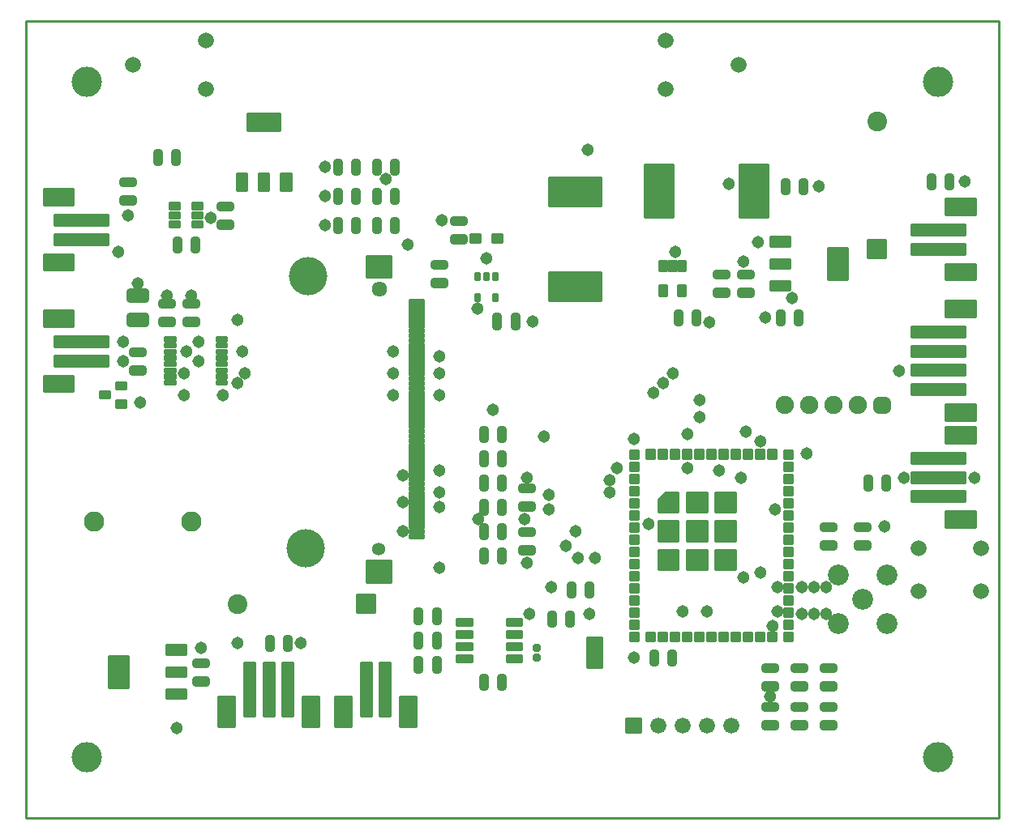
<source format=gbr>
G04 Generated by Ultiboard 14.1 *
%FSLAX25Y25*%
%MOIN*%

%ADD10C,0.00001*%
%ADD11C,0.01205*%
%ADD12C,0.01204*%
%ADD13C,0.01000*%
%ADD14C,0.05137*%
%ADD15R,0.03543X0.02205*%
%ADD16C,0.01200*%
%ADD17C,0.06537*%
%ADD18R,0.01084X0.04168*%
%ADD19C,0.02866*%
%ADD20R,0.04168X0.01084*%
%ADD21R,0.11811X0.06299*%
%ADD22R,0.21654X0.03937*%
%ADD23R,0.07677X0.12598*%
%ADD24R,0.07677X0.03543*%
%ADD25C,0.06600*%
%ADD26R,0.05400X0.05400*%
%ADD27R,0.03937X0.01063*%
%ADD28R,0.06168X0.03084*%
%ADD29R,0.01378X0.02362*%
%ADD30R,0.03543X0.03150*%
%ADD31R,0.21260X0.11417*%
%ADD32R,0.02756X0.03937*%
%ADD33R,0.05906X0.02362*%
%ADD34C,0.08366*%
%ADD35R,0.03543X0.02362*%
%ADD36C,0.12500*%
%ADD37R,0.11417X0.21260*%
%ADD38R,0.03937X0.06693*%
%ADD39R,0.12992X0.06693*%
%ADD40C,0.15748*%
%ADD41R,0.06299X0.11811*%
%ADD42R,0.03937X0.21654*%
%ADD43C,0.07534*%
%ADD44R,0.02083X0.02083*%
%ADD45C,0.05117*%
%ADD46R,0.06900X0.06900*%
%ADD47C,0.08100*%
%ADD48C,0.08549*%
%ADD49R,0.03189X0.03189*%
%ADD50R,0.05906X0.11811*%
%ADD51C,0.03781*%
%ADD52C,0.06340*%
%ADD53C,0.05356*%
%ADD54R,0.09724X0.08465*%
%ADD55R,0.05118X0.01181*%


G04 ColorRGB FF00CC for the following layer *
%LNSolder Mask Top*%
%LPD*%
G54D10*
G54D11*
G36*
X283969Y110031D02*
X283969Y110031D01*
X291843Y110031D01*
X291843Y102157D01*
X283969Y102157D01*
X283969Y110031D01*
D02*
G37*
X291843Y110031D01*
X291843Y102157D01*
X283969Y102157D01*
X283969Y110031D01*
G36*
X272157Y110031D02*
X272157Y110031D01*
X280031Y110031D01*
X280031Y102157D01*
X272157Y102157D01*
X272157Y110031D01*
D02*
G37*
X280031Y110031D01*
X280031Y102157D01*
X272157Y102157D01*
X272157Y110031D01*
G36*
X260346Y110031D02*
X260346Y110031D01*
X268220Y110031D01*
X268220Y102157D01*
X260346Y102157D01*
X260346Y110031D01*
D02*
G37*
X268220Y110031D01*
X268220Y102157D01*
X260346Y102157D01*
X260346Y110031D01*
G36*
X283969Y121843D02*
X283969Y121843D01*
X291843Y121843D01*
X291843Y113969D01*
X283969Y113969D01*
X283969Y121843D01*
D02*
G37*
X291843Y121843D01*
X291843Y113969D01*
X283969Y113969D01*
X283969Y121843D01*
G36*
X272157Y121843D02*
X272157Y121843D01*
X280031Y121843D01*
X280031Y113969D01*
X272157Y113969D01*
X272157Y121843D01*
D02*
G37*
X280031Y121843D01*
X280031Y113969D01*
X272157Y113969D01*
X272157Y121843D01*
G36*
X260346Y121843D02*
X260346Y121843D01*
X268220Y121843D01*
X268220Y113969D01*
X260346Y113969D01*
X260346Y121843D01*
D02*
G37*
X268220Y121843D01*
X268220Y113969D01*
X260346Y113969D01*
X260346Y121843D01*
G36*
X283969Y133654D02*
X283969Y133654D01*
X291843Y133654D01*
X291843Y125780D01*
X283969Y125780D01*
X283969Y133654D01*
D02*
G37*
X291843Y133654D01*
X291843Y125780D01*
X283969Y125780D01*
X283969Y133654D01*
G36*
X272157Y133654D02*
X272157Y133654D01*
X280031Y133654D01*
X280031Y125780D01*
X272157Y125780D01*
X272157Y133654D01*
D02*
G37*
X280031Y133654D01*
X280031Y125780D01*
X272157Y125780D01*
X272157Y133654D01*
G54D12*
G36*
X268220Y125780D02*
X268220Y125780D01*
X260346Y125780D01*
X260346Y130870D01*
X263130Y133654D01*
X268220Y133654D01*
X268220Y125780D01*
D02*
G37*
X260346Y125780D01*
X260346Y130870D01*
X263130Y133654D01*
X268220Y133654D01*
X268220Y125780D01*
G54D13*
X0Y0D02*
X400000Y0D01*
X400000Y328000D01*
X0Y328000D01*
X0Y0D01*
G54D14*
X42000Y248000D03*
X206000Y105000D03*
X309000Y85000D03*
X309000Y95000D03*
X353000Y120000D03*
X361000Y140000D03*
X390000Y140000D03*
X359000Y184000D03*
X206000Y140000D03*
X307000Y79000D03*
X87000Y179000D03*
X46000Y220000D03*
X58000Y215000D03*
X68000Y215000D03*
X208470Y204370D03*
X189470Y230370D03*
X250000Y156000D03*
X321000Y150000D03*
X171000Y246000D03*
X231749Y83827D03*
X186000Y123000D03*
X123000Y244000D03*
X123000Y256000D03*
X123000Y268000D03*
X213000Y157000D03*
X155000Y130000D03*
X155000Y118000D03*
X207000Y84000D03*
X81000Y174000D03*
X205000Y123000D03*
X170000Y128000D03*
X222000Y112000D03*
X324000Y84000D03*
X319000Y84000D03*
X329000Y84000D03*
X319000Y95000D03*
X324000Y95000D03*
X329000Y95000D03*
X266000Y183000D03*
X277000Y172000D03*
X234000Y107000D03*
X240000Y134000D03*
X170000Y143000D03*
X62000Y37000D03*
X280000Y85000D03*
X256000Y121000D03*
X240000Y139000D03*
X192000Y168000D03*
X185920Y209450D03*
X306000Y50000D03*
X302000Y101000D03*
X155000Y141000D03*
X215000Y133000D03*
X227000Y107000D03*
X243000Y144000D03*
X302000Y155000D03*
X66000Y192000D03*
X89000Y192000D03*
X151000Y192000D03*
X170000Y190000D03*
X262000Y179000D03*
X277000Y165000D03*
X215000Y127000D03*
X285000Y143000D03*
X226000Y118000D03*
X272000Y144000D03*
X65000Y183000D03*
X90000Y183000D03*
X151000Y183000D03*
X170000Y183000D03*
X258000Y175000D03*
X272000Y158000D03*
X71000Y196000D03*
X40000Y196000D03*
X71000Y188000D03*
X40000Y188000D03*
X157000Y236000D03*
X148000Y263000D03*
X301000Y237000D03*
X304000Y206000D03*
X294000Y140000D03*
X295000Y99000D03*
X270000Y85000D03*
X65000Y174000D03*
X151000Y174000D03*
X170000Y174000D03*
X170000Y134000D03*
X296000Y159000D03*
X216000Y95000D03*
X170000Y103000D03*
X231000Y275000D03*
X289000Y261000D03*
X87000Y205000D03*
X87000Y72000D03*
X315000Y214000D03*
X72000Y70000D03*
X113000Y72000D03*
X250000Y66000D03*
X38000Y233000D03*
X47000Y171000D03*
X76000Y247000D03*
X267000Y233000D03*
X281000Y204000D03*
X295000Y229000D03*
X326000Y260000D03*
X308000Y127000D03*
X386000Y262000D03*
G54D15*
X61276Y244260D03*
X70724Y244260D03*
X61276Y251740D03*
X61276Y248000D03*
X70724Y248000D03*
X70724Y251740D03*
G54D16*
X59505Y243158D02*
X63047Y243158D01*
X63047Y245362D01*
X59505Y245362D01*
X59505Y243158D01*D02*
X68953Y243158D02*
X72495Y243158D01*
X72495Y245362D01*
X68953Y245362D01*
X68953Y243158D01*D02*
X59505Y250638D02*
X63047Y250638D01*
X63047Y252842D01*
X59505Y252842D01*
X59505Y250638D01*D02*
X59505Y246898D02*
X63047Y246898D01*
X63047Y249102D01*
X59505Y249102D01*
X59505Y246898D01*D02*
X68953Y246898D02*
X72495Y246898D01*
X72495Y249102D01*
X68953Y249102D01*
X68953Y246898D01*D02*
X68953Y250638D02*
X72495Y250638D01*
X72495Y252842D01*
X68953Y252842D01*
X68953Y250638D01*D02*
X378520Y119591D02*
X390330Y119591D01*
X390330Y125889D01*
X378520Y125889D01*
X378520Y119591D01*D02*
X364346Y130221D02*
X386000Y130221D01*
X386000Y134157D01*
X364346Y134157D01*
X364346Y130221D01*D02*
X364346Y138095D02*
X386000Y138095D01*
X386000Y142031D01*
X364346Y142031D01*
X364346Y138095D01*D02*
X364346Y145969D02*
X386000Y145969D01*
X386000Y149905D01*
X364346Y149905D01*
X364346Y145969D01*D02*
X378520Y154237D02*
X390330Y154237D01*
X390330Y160535D01*
X378520Y160535D01*
X378520Y154237D01*D02*
X329973Y221701D02*
X337649Y221701D01*
X337649Y234299D01*
X329973Y234299D01*
X329973Y221701D01*D02*
X306351Y217174D02*
X314027Y217174D01*
X314027Y220716D01*
X306351Y220716D01*
X306351Y217174D01*D02*
X306351Y226229D02*
X314027Y226229D01*
X314027Y229771D01*
X306351Y229771D01*
X306351Y226229D01*D02*
X306351Y235284D02*
X314027Y235284D01*
X314027Y238826D01*
X306351Y238826D01*
X306351Y235284D01*D02*
X247300Y35300D02*
X252700Y35300D01*
X252700Y40700D01*
X247300Y40700D01*
X247300Y35300D01*D02*
X57402Y178512D02*
X61338Y178512D01*
X61338Y179574D01*
X57402Y179574D01*
X57402Y178512D01*D02*
X78662Y178512D02*
X82598Y178512D01*
X82598Y179574D01*
X78662Y179574D01*
X78662Y178512D01*D02*
X57402Y186189D02*
X61338Y186189D01*
X61338Y187251D01*
X57402Y187251D01*
X57402Y186189D01*D02*
X57402Y183630D02*
X61338Y183630D01*
X61338Y184692D01*
X57402Y184692D01*
X57402Y183630D01*D02*
X57402Y181071D02*
X61338Y181071D01*
X61338Y182133D01*
X57402Y182133D01*
X57402Y181071D01*D02*
X78662Y186189D02*
X82598Y186189D01*
X82598Y187251D01*
X78662Y187251D01*
X78662Y186189D01*D02*
X78662Y181071D02*
X82598Y181071D01*
X82598Y182133D01*
X78662Y182133D01*
X78662Y181071D01*D02*
X78662Y183630D02*
X82598Y183630D01*
X82598Y184692D01*
X78662Y184692D01*
X78662Y183630D01*D02*
X57402Y193867D02*
X61338Y193867D01*
X61338Y194929D01*
X57402Y194929D01*
X57402Y193867D01*D02*
X57402Y191308D02*
X61338Y191308D01*
X61338Y192370D01*
X57402Y192370D01*
X57402Y191308D01*D02*
X57402Y188749D02*
X61338Y188749D01*
X61338Y189811D01*
X57402Y189811D01*
X57402Y188749D01*D02*
X78662Y193867D02*
X82598Y193867D01*
X82598Y194929D01*
X78662Y194929D01*
X78662Y193867D01*D02*
X78662Y188749D02*
X82598Y188749D01*
X82598Y189811D01*
X78662Y189811D01*
X78662Y188749D01*D02*
X78662Y191308D02*
X82598Y191308D01*
X82598Y192370D01*
X78662Y192370D01*
X78662Y191308D01*D02*
X57402Y196426D02*
X61338Y196426D01*
X61338Y197488D01*
X57402Y197488D01*
X57402Y196426D01*D02*
X78662Y196426D02*
X82598Y196426D01*
X82598Y197488D01*
X78662Y197488D01*
X78662Y196426D01*D02*
X185041Y212858D02*
X186419Y212858D01*
X186419Y215220D01*
X185041Y215220D01*
X185041Y212858D01*D02*
X192521Y212858D02*
X193899Y212858D01*
X193899Y215220D01*
X192521Y215220D01*
X192521Y212858D01*D02*
X188781Y221520D02*
X190159Y221520D01*
X190159Y223882D01*
X188781Y223882D01*
X188781Y221520D01*D02*
X185041Y221520D02*
X186419Y221520D01*
X186419Y223882D01*
X185041Y223882D01*
X185041Y221520D01*D02*
X192521Y221520D02*
X193899Y221520D01*
X193899Y223882D01*
X192521Y223882D01*
X192521Y221520D01*D02*
X183171Y236795D02*
X186713Y236795D01*
X186713Y239945D01*
X183171Y239945D01*
X183171Y236795D01*D02*
X192226Y236795D02*
X195768Y236795D01*
X195768Y239945D01*
X192226Y239945D01*
X192226Y236795D01*D02*
X215370Y251780D02*
X236630Y251780D01*
X236630Y263196D01*
X215370Y263196D01*
X215370Y251780D01*D02*
X215370Y212804D02*
X236630Y212804D01*
X236630Y224220D01*
X215370Y224220D01*
X215370Y212804D01*D02*
X260882Y214914D02*
X263638Y214914D01*
X263638Y218850D01*
X260882Y218850D01*
X260882Y214914D01*D02*
X268362Y214914D02*
X271118Y214914D01*
X271118Y218850D01*
X268362Y218850D01*
X268362Y214914D01*D02*
X260882Y225150D02*
X263638Y225150D01*
X263638Y229086D01*
X260882Y229086D01*
X260882Y225150D01*D02*
X268362Y225150D02*
X271118Y225150D01*
X271118Y229086D01*
X268362Y229086D01*
X268362Y225150D01*D02*
X264622Y225150D02*
X267378Y225150D01*
X267378Y229086D01*
X264622Y229086D01*
X264622Y225150D01*D02*
X177560Y64146D02*
X183466Y64146D01*
X183466Y66508D01*
X177560Y66508D01*
X177560Y64146D01*D02*
X198032Y64146D02*
X203938Y64146D01*
X203938Y66508D01*
X198032Y66508D01*
X198032Y64146D01*D02*
X177560Y69146D02*
X183466Y69146D01*
X183466Y71508D01*
X177560Y71508D01*
X177560Y69146D01*D02*
X177560Y74146D02*
X183466Y74146D01*
X183466Y76508D01*
X177560Y76508D01*
X177560Y74146D01*D02*
X198032Y69146D02*
X203938Y69146D01*
X203938Y71508D01*
X198032Y71508D01*
X198032Y69146D01*D02*
X198032Y74146D02*
X203938Y74146D01*
X203938Y76508D01*
X198032Y76508D01*
X198032Y74146D01*D02*
X177560Y79146D02*
X183466Y79146D01*
X183466Y81508D01*
X177560Y81508D01*
X177560Y79146D01*D02*
X198032Y79146D02*
X203938Y79146D01*
X203938Y81508D01*
X198032Y81508D01*
X198032Y79146D01*D02*
X37575Y169079D02*
X41117Y169079D01*
X41117Y171441D01*
X37575Y171441D01*
X37575Y169079D01*D02*
X37575Y176559D02*
X41117Y176559D01*
X41117Y178921D01*
X37575Y178921D01*
X37575Y176559D01*D02*
X30883Y172819D02*
X34425Y172819D01*
X34425Y175181D01*
X30883Y175181D01*
X30883Y172819D01*D02*
X57973Y58229D02*
X65649Y58229D01*
X65649Y61771D01*
X57973Y61771D01*
X57973Y58229D01*D02*
X57973Y67284D02*
X65649Y67284D01*
X65649Y70826D01*
X57973Y70826D01*
X57973Y67284D01*D02*
X57973Y49174D02*
X65649Y49174D01*
X65649Y52716D01*
X57973Y52716D01*
X57973Y49174D01*D02*
X34351Y53701D02*
X42027Y53701D01*
X42027Y66299D01*
X34351Y66299D01*
X34351Y53701D01*D02*
X254804Y247370D02*
X266220Y247370D01*
X266220Y268630D01*
X254804Y268630D01*
X254804Y247370D01*D02*
X293780Y247370D02*
X305196Y247370D01*
X305196Y268630D01*
X293780Y268630D01*
X293780Y247370D01*D02*
X86977Y258252D02*
X90913Y258252D01*
X90913Y264944D01*
X86977Y264944D01*
X86977Y258252D01*D02*
X96032Y258252D02*
X99968Y258252D01*
X99968Y264944D01*
X96032Y264944D01*
X96032Y258252D01*D02*
X105087Y258252D02*
X109023Y258252D01*
X109023Y264944D01*
X105087Y264944D01*
X105087Y258252D01*D02*
X91504Y283056D02*
X104496Y283056D01*
X104496Y289748D01*
X91504Y289748D01*
X91504Y283056D01*D02*
X114237Y37670D02*
X120535Y37670D01*
X120535Y49480D01*
X114237Y49480D01*
X114237Y37670D01*D02*
X79591Y37670D02*
X85889Y37670D01*
X85889Y49480D01*
X79591Y49480D01*
X79591Y37670D01*D02*
X105969Y42000D02*
X109905Y42000D01*
X109905Y63654D01*
X105969Y63654D01*
X105969Y42000D01*D02*
X98095Y42000D02*
X102031Y42000D01*
X102031Y63654D01*
X98095Y63654D01*
X98095Y42000D01*D02*
X90221Y42000D02*
X94157Y42000D01*
X94157Y63654D01*
X90221Y63654D01*
X90221Y42000D01*D02*
X154237Y37670D02*
X160535Y37670D01*
X160535Y49480D01*
X154237Y49480D01*
X154237Y37670D01*D02*
X127465Y37670D02*
X133763Y37670D01*
X133763Y49480D01*
X127465Y49480D01*
X127465Y37670D01*D02*
X145969Y42000D02*
X149905Y42000D01*
X149905Y63654D01*
X145969Y63654D01*
X145969Y42000D01*D02*
X138095Y42000D02*
X142031Y42000D01*
X142031Y63654D01*
X138095Y63654D01*
X138095Y42000D01*D02*
X378520Y163717D02*
X390330Y163717D01*
X390330Y170015D01*
X378520Y170015D01*
X378520Y163717D01*D02*
X364346Y174347D02*
X386000Y174347D01*
X386000Y178283D01*
X364346Y178283D01*
X364346Y174347D01*D02*
X364346Y182221D02*
X386000Y182221D01*
X386000Y186157D01*
X364346Y186157D01*
X364346Y182221D01*D02*
X364346Y190095D02*
X386000Y190095D01*
X386000Y194031D01*
X364346Y194031D01*
X364346Y190095D01*D02*
X364346Y197969D02*
X386000Y197969D01*
X386000Y201905D01*
X364346Y201905D01*
X364346Y197969D01*D02*
X378520Y206237D02*
X390330Y206237D01*
X390330Y212535D01*
X378520Y212535D01*
X378520Y206237D01*D02*
X7670Y175465D02*
X19480Y175465D01*
X19480Y181763D01*
X7670Y181763D01*
X7670Y175465D01*D02*
X12000Y186095D02*
X33654Y186095D01*
X33654Y190031D01*
X12000Y190031D01*
X12000Y186095D01*D02*
X12000Y193969D02*
X33654Y193969D01*
X33654Y197905D01*
X12000Y197905D01*
X12000Y193969D01*D02*
X7670Y202237D02*
X19480Y202237D01*
X19480Y208535D01*
X7670Y208535D01*
X7670Y202237D01*D02*
X378520Y248237D02*
X390330Y248237D01*
X390330Y254535D01*
X378520Y254535D01*
X378520Y248237D01*D02*
X378520Y221465D02*
X390330Y221465D01*
X390330Y227763D01*
X378520Y227763D01*
X378520Y221465D01*D02*
X364346Y239969D02*
X386000Y239969D01*
X386000Y243905D01*
X364346Y243905D01*
X364346Y239969D01*D02*
X364346Y232095D02*
X386000Y232095D01*
X386000Y236031D01*
X364346Y236031D01*
X364346Y232095D01*D02*
X7670Y225465D02*
X19480Y225465D01*
X19480Y231763D01*
X7670Y231763D01*
X7670Y225465D01*D02*
X7670Y252237D02*
X19480Y252237D01*
X19480Y258535D01*
X7670Y258535D01*
X7670Y252237D01*D02*
X12000Y236095D02*
X33654Y236095D01*
X33654Y240031D01*
X12000Y240031D01*
X12000Y236095D01*D02*
X12000Y243969D02*
X33654Y243969D01*
X33654Y247905D01*
X12000Y247905D01*
X12000Y243969D01*D02*
X346550Y230550D02*
X353450Y230550D01*
X353450Y237450D01*
X346550Y237450D01*
X346550Y230550D01*D02*
X136550Y84550D02*
X143450Y84550D01*
X143450Y91450D01*
X136550Y91450D01*
X136550Y84550D01*D02*
X248713Y77906D02*
X251901Y77906D01*
X251901Y81094D01*
X248713Y81094D01*
X248713Y77906D01*D02*
X248713Y72906D02*
X251901Y72906D01*
X251901Y76094D01*
X248713Y76094D01*
X248713Y72906D01*D02*
X260406Y72808D02*
X263594Y72808D01*
X263594Y75996D01*
X260406Y75996D01*
X260406Y72808D01*D02*
X255406Y72808D02*
X258594Y72808D01*
X258594Y75996D01*
X255406Y75996D01*
X255406Y72808D01*D02*
X265406Y72808D02*
X268594Y72808D01*
X268594Y75996D01*
X265406Y75996D01*
X265406Y72808D01*D02*
X275406Y72808D02*
X278594Y72808D01*
X278594Y75996D01*
X275406Y75996D01*
X275406Y72808D01*D02*
X270406Y72808D02*
X273594Y72808D01*
X273594Y75996D01*
X270406Y75996D01*
X270406Y72808D01*D02*
X280406Y72808D02*
X283594Y72808D01*
X283594Y75996D01*
X280406Y75996D01*
X280406Y72808D01*D02*
X290406Y72808D02*
X293594Y72808D01*
X293594Y75996D01*
X290406Y75996D01*
X290406Y72808D01*D02*
X285406Y72808D02*
X288594Y72808D01*
X288594Y75996D01*
X285406Y75996D01*
X285406Y72808D01*D02*
X295406Y72808D02*
X298594Y72808D01*
X298594Y75996D01*
X295406Y75996D01*
X295406Y72808D01*D02*
X305406Y72808D02*
X308594Y72808D01*
X308594Y75996D01*
X305406Y75996D01*
X305406Y72808D01*D02*
X300406Y72808D02*
X303594Y72808D01*
X303594Y75996D01*
X300406Y75996D01*
X300406Y72808D01*D02*
X312099Y77906D02*
X315287Y77906D01*
X315287Y81094D01*
X312099Y81094D01*
X312099Y77906D01*D02*
X312099Y72906D02*
X315287Y72906D01*
X315287Y76094D01*
X312099Y76094D01*
X312099Y72906D01*D02*
X248713Y82906D02*
X251901Y82906D01*
X251901Y86094D01*
X248713Y86094D01*
X248713Y82906D01*D02*
X312099Y82906D02*
X315287Y82906D01*
X315287Y86094D01*
X312099Y86094D01*
X312099Y82906D01*D02*
X248713Y92906D02*
X251901Y92906D01*
X251901Y96094D01*
X248713Y96094D01*
X248713Y92906D01*D02*
X248713Y87906D02*
X251901Y87906D01*
X251901Y91094D01*
X248713Y91094D01*
X248713Y87906D01*D02*
X312099Y92906D02*
X315287Y92906D01*
X315287Y96094D01*
X312099Y96094D01*
X312099Y92906D01*D02*
X312099Y87906D02*
X315287Y87906D01*
X315287Y91094D01*
X312099Y91094D01*
X312099Y87906D01*D02*
X248713Y102906D02*
X251901Y102906D01*
X251901Y106094D01*
X248713Y106094D01*
X248713Y102906D01*D02*
X248713Y97906D02*
X251901Y97906D01*
X251901Y101094D01*
X248713Y101094D01*
X248713Y97906D01*D02*
X312099Y102906D02*
X315287Y102906D01*
X315287Y106094D01*
X312099Y106094D01*
X312099Y102906D01*D02*
X312099Y97906D02*
X315287Y97906D01*
X315287Y101094D01*
X312099Y101094D01*
X312099Y97906D01*D02*
X248713Y107906D02*
X251901Y107906D01*
X251901Y111094D01*
X248713Y111094D01*
X248713Y107906D01*D02*
X312099Y107906D02*
X315287Y107906D01*
X315287Y111094D01*
X312099Y111094D01*
X312099Y107906D01*D02*
X248713Y117906D02*
X251901Y117906D01*
X251901Y121094D01*
X248713Y121094D01*
X248713Y117906D01*D02*
X248713Y112906D02*
X251901Y112906D01*
X251901Y116094D01*
X248713Y116094D01*
X248713Y112906D01*D02*
X312099Y117906D02*
X315287Y117906D01*
X315287Y121094D01*
X312099Y121094D01*
X312099Y117906D01*D02*
X312099Y112906D02*
X315287Y112906D01*
X315287Y116094D01*
X312099Y116094D01*
X312099Y112906D01*D02*
X248713Y122906D02*
X251901Y122906D01*
X251901Y126094D01*
X248713Y126094D01*
X248713Y122906D01*D02*
X312099Y122906D02*
X315287Y122906D01*
X315287Y126094D01*
X312099Y126094D01*
X312099Y122906D01*D02*
X248713Y132906D02*
X251901Y132906D01*
X251901Y136094D01*
X248713Y136094D01*
X248713Y132906D01*D02*
X248713Y127906D02*
X251901Y127906D01*
X251901Y131094D01*
X248713Y131094D01*
X248713Y127906D01*D02*
X312099Y132906D02*
X315287Y132906D01*
X315287Y136094D01*
X312099Y136094D01*
X312099Y132906D01*D02*
X312099Y127906D02*
X315287Y127906D01*
X315287Y131094D01*
X312099Y131094D01*
X312099Y127906D01*D02*
X248713Y137906D02*
X251901Y137906D01*
X251901Y141094D01*
X248713Y141094D01*
X248713Y137906D01*D02*
X312099Y137906D02*
X315287Y137906D01*
X315287Y141094D01*
X312099Y141094D01*
X312099Y137906D01*D02*
X248713Y147906D02*
X251901Y147906D01*
X251901Y151094D01*
X248713Y151094D01*
X248713Y147906D01*D02*
X248713Y142906D02*
X251901Y142906D01*
X251901Y146094D01*
X248713Y146094D01*
X248713Y142906D01*D02*
X255406Y148004D02*
X258594Y148004D01*
X258594Y151192D01*
X255406Y151192D01*
X255406Y148004D01*D02*
X260406Y148004D02*
X263594Y148004D01*
X263594Y151192D01*
X260406Y151192D01*
X260406Y148004D01*D02*
X265406Y148004D02*
X268594Y148004D01*
X268594Y151192D01*
X265406Y151192D01*
X265406Y148004D01*D02*
X270406Y148004D02*
X273594Y148004D01*
X273594Y151192D01*
X270406Y151192D01*
X270406Y148004D01*D02*
X275406Y148004D02*
X278594Y148004D01*
X278594Y151192D01*
X275406Y151192D01*
X275406Y148004D01*D02*
X280406Y148004D02*
X283594Y148004D01*
X283594Y151192D01*
X280406Y151192D01*
X280406Y148004D01*D02*
X285406Y148004D02*
X288594Y148004D01*
X288594Y151192D01*
X285406Y151192D01*
X285406Y148004D01*D02*
X290406Y148004D02*
X293594Y148004D01*
X293594Y151192D01*
X290406Y151192D01*
X290406Y148004D01*D02*
X295406Y148004D02*
X298594Y148004D01*
X298594Y151192D01*
X295406Y151192D01*
X295406Y148004D01*D02*
X300406Y148004D02*
X303594Y148004D01*
X303594Y151192D01*
X300406Y151192D01*
X300406Y148004D01*D02*
X305406Y148004D02*
X308594Y148004D01*
X308594Y151192D01*
X305406Y151192D01*
X305406Y148004D01*D02*
X312099Y147906D02*
X315287Y147906D01*
X315287Y151094D01*
X312099Y151094D01*
X312099Y147906D01*D02*
X312099Y142906D02*
X315287Y142906D01*
X315287Y146094D01*
X312099Y146094D01*
X312099Y142906D01*D02*
X231047Y62095D02*
X236953Y62095D01*
X236953Y73905D01*
X231047Y73905D01*
X231047Y62095D01*D02*
X140544Y97071D02*
X150268Y97071D01*
X150268Y105535D01*
X140544Y105535D01*
X140544Y97071D01*D02*
X158299Y115182D02*
X163417Y115182D01*
X163417Y116362D01*
X158299Y116362D01*
X158299Y115182D01*D02*
X158299Y123056D02*
X163417Y123056D01*
X163417Y124236D01*
X158299Y124236D01*
X158299Y123056D01*D02*
X158299Y121087D02*
X163417Y121087D01*
X163417Y122267D01*
X158299Y122267D01*
X158299Y121087D01*D02*
X158299Y119119D02*
X163417Y119119D01*
X163417Y120299D01*
X158299Y120299D01*
X158299Y119119D01*D02*
X158299Y117150D02*
X163417Y117150D01*
X163417Y118330D01*
X158299Y118330D01*
X158299Y117150D01*D02*
X158299Y130930D02*
X163417Y130930D01*
X163417Y132110D01*
X158299Y132110D01*
X158299Y130930D01*D02*
X158299Y128961D02*
X163417Y128961D01*
X163417Y130141D01*
X158299Y130141D01*
X158299Y128961D01*D02*
X158299Y126993D02*
X163417Y126993D01*
X163417Y128173D01*
X158299Y128173D01*
X158299Y126993D01*D02*
X158299Y125024D02*
X163417Y125024D01*
X163417Y126204D01*
X158299Y126204D01*
X158299Y125024D01*D02*
X158299Y138804D02*
X163417Y138804D01*
X163417Y139984D01*
X158299Y139984D01*
X158299Y138804D01*D02*
X158299Y136835D02*
X163417Y136835D01*
X163417Y138015D01*
X158299Y138015D01*
X158299Y136835D01*D02*
X158299Y134867D02*
X163417Y134867D01*
X163417Y136047D01*
X158299Y136047D01*
X158299Y134867D01*D02*
X158299Y132898D02*
X163417Y132898D01*
X163417Y134078D01*
X158299Y134078D01*
X158299Y132898D01*D02*
X158299Y146678D02*
X163417Y146678D01*
X163417Y147858D01*
X158299Y147858D01*
X158299Y146678D01*D02*
X158299Y144709D02*
X163417Y144709D01*
X163417Y145889D01*
X158299Y145889D01*
X158299Y144709D01*D02*
X158299Y142741D02*
X163417Y142741D01*
X163417Y143921D01*
X158299Y143921D01*
X158299Y142741D01*D02*
X158299Y140772D02*
X163417Y140772D01*
X163417Y141952D01*
X158299Y141952D01*
X158299Y140772D01*D02*
X158299Y154552D02*
X163417Y154552D01*
X163417Y155732D01*
X158299Y155732D01*
X158299Y154552D01*D02*
X158299Y152583D02*
X163417Y152583D01*
X163417Y153763D01*
X158299Y153763D01*
X158299Y152583D01*D02*
X158299Y150615D02*
X163417Y150615D01*
X163417Y151795D01*
X158299Y151795D01*
X158299Y150615D01*D02*
X158299Y148646D02*
X163417Y148646D01*
X163417Y149826D01*
X158299Y149826D01*
X158299Y148646D01*D02*
X158299Y162426D02*
X163417Y162426D01*
X163417Y163606D01*
X158299Y163606D01*
X158299Y162426D01*D02*
X158299Y160457D02*
X163417Y160457D01*
X163417Y161637D01*
X158299Y161637D01*
X158299Y160457D01*D02*
X158299Y158489D02*
X163417Y158489D01*
X163417Y159669D01*
X158299Y159669D01*
X158299Y158489D01*D02*
X158299Y156520D02*
X163417Y156520D01*
X163417Y157700D01*
X158299Y157700D01*
X158299Y156520D01*D02*
X158299Y170300D02*
X163417Y170300D01*
X163417Y171480D01*
X158299Y171480D01*
X158299Y170300D01*D02*
X158299Y168331D02*
X163417Y168331D01*
X163417Y169511D01*
X158299Y169511D01*
X158299Y168331D01*D02*
X158299Y166363D02*
X163417Y166363D01*
X163417Y167543D01*
X158299Y167543D01*
X158299Y166363D01*D02*
X158299Y164394D02*
X163417Y164394D01*
X163417Y165574D01*
X158299Y165574D01*
X158299Y164394D01*D02*
X158299Y178174D02*
X163417Y178174D01*
X163417Y179354D01*
X158299Y179354D01*
X158299Y178174D01*D02*
X158299Y176205D02*
X163417Y176205D01*
X163417Y177385D01*
X158299Y177385D01*
X158299Y176205D01*D02*
X158299Y174237D02*
X163417Y174237D01*
X163417Y175417D01*
X158299Y175417D01*
X158299Y174237D01*D02*
X158299Y172268D02*
X163417Y172268D01*
X163417Y173448D01*
X158299Y173448D01*
X158299Y172268D01*D02*
X158299Y186048D02*
X163417Y186048D01*
X163417Y187228D01*
X158299Y187228D01*
X158299Y186048D01*D02*
X158299Y184079D02*
X163417Y184079D01*
X163417Y185259D01*
X158299Y185259D01*
X158299Y184079D01*D02*
X158299Y182111D02*
X163417Y182111D01*
X163417Y183291D01*
X158299Y183291D01*
X158299Y182111D01*D02*
X158299Y180142D02*
X163417Y180142D01*
X163417Y181322D01*
X158299Y181322D01*
X158299Y180142D01*D02*
X158299Y193922D02*
X163417Y193922D01*
X163417Y195102D01*
X158299Y195102D01*
X158299Y193922D01*D02*
X158299Y191953D02*
X163417Y191953D01*
X163417Y193133D01*
X158299Y193133D01*
X158299Y191953D01*D02*
X158299Y189985D02*
X163417Y189985D01*
X163417Y191165D01*
X158299Y191165D01*
X158299Y189985D01*D02*
X158299Y188016D02*
X163417Y188016D01*
X163417Y189196D01*
X158299Y189196D01*
X158299Y188016D01*D02*
X158299Y201796D02*
X163417Y201796D01*
X163417Y202976D01*
X158299Y202976D01*
X158299Y201796D01*D02*
X158299Y199827D02*
X163417Y199827D01*
X163417Y201007D01*
X158299Y201007D01*
X158299Y199827D01*D02*
X158299Y197859D02*
X163417Y197859D01*
X163417Y199039D01*
X158299Y199039D01*
X158299Y197859D01*D02*
X158299Y195890D02*
X163417Y195890D01*
X163417Y197070D01*
X158299Y197070D01*
X158299Y195890D01*D02*
X158299Y209670D02*
X163417Y209670D01*
X163417Y210850D01*
X158299Y210850D01*
X158299Y209670D01*D02*
X158299Y207701D02*
X163417Y207701D01*
X163417Y208881D01*
X158299Y208881D01*
X158299Y207701D01*D02*
X158299Y205733D02*
X163417Y205733D01*
X163417Y206913D01*
X158299Y206913D01*
X158299Y205733D01*D02*
X158299Y203764D02*
X163417Y203764D01*
X163417Y204944D01*
X158299Y204944D01*
X158299Y203764D01*D02*
X158299Y211638D02*
X163417Y211638D01*
X163417Y212818D01*
X158299Y212818D01*
X158299Y211638D01*D02*
X140544Y222465D02*
X150268Y222465D01*
X150268Y230929D01*
X140544Y230929D01*
X140544Y222465D01*D02*
G54D17*
X263000Y320000D03*
X263000Y300000D03*
X293000Y310000D03*
X74000Y300000D03*
X74000Y320000D03*
X44000Y310000D03*
X392795Y93142D03*
X392795Y110858D03*
X367205Y93142D03*
X367205Y110858D03*
G54D18*
X61750Y272000D03*
X54250Y272000D03*
X195750Y138000D03*
X188250Y138000D03*
X188250Y148000D03*
X195750Y148000D03*
X195750Y158000D03*
X188250Y158000D03*
X188250Y108000D03*
X195750Y108000D03*
X195750Y118000D03*
X188250Y118000D03*
X195750Y128000D03*
X188250Y128000D03*
X353750Y138000D03*
X346250Y138000D03*
X265750Y66000D03*
X258250Y66000D03*
X62250Y236000D03*
X69750Y236000D03*
X193720Y204370D03*
X201220Y204370D03*
X135750Y244000D03*
X128250Y244000D03*
X128250Y256000D03*
X135750Y256000D03*
X135750Y268000D03*
X128250Y268000D03*
X144250Y244000D03*
X151750Y244000D03*
X151750Y256000D03*
X144250Y256000D03*
X151750Y268000D03*
X144250Y268000D03*
X195750Y56000D03*
X188250Y56000D03*
X168923Y63107D03*
X161423Y63107D03*
X168923Y73107D03*
X161423Y73107D03*
X161423Y83107D03*
X168923Y83107D03*
X231750Y94000D03*
X224250Y94000D03*
X275750Y206000D03*
X268250Y206000D03*
X319750Y260000D03*
X312250Y260000D03*
X317750Y206000D03*
X310250Y206000D03*
X223750Y82000D03*
X216250Y82000D03*
X100250Y72000D03*
X107750Y72000D03*
X372250Y262000D03*
X379750Y262000D03*
G54D19*
X61208Y269916D02*
X62292Y269916D01*
X62292Y274084D01*
X61208Y274084D01*
X61208Y269916D01*D02*
X53708Y269916D02*
X54792Y269916D01*
X54792Y274084D01*
X53708Y274084D01*
X53708Y269916D01*D02*
X203916Y135208D02*
X208084Y135208D01*
X208084Y136292D01*
X203916Y136292D01*
X203916Y135208D01*D02*
X203916Y127708D02*
X208084Y127708D01*
X208084Y128792D01*
X203916Y128792D01*
X203916Y127708D01*D02*
X195208Y135916D02*
X196292Y135916D01*
X196292Y140084D01*
X195208Y140084D01*
X195208Y135916D01*D02*
X187708Y135916D02*
X188792Y135916D01*
X188792Y140084D01*
X187708Y140084D01*
X187708Y135916D01*D02*
X187708Y145916D02*
X188792Y145916D01*
X188792Y150084D01*
X187708Y150084D01*
X187708Y145916D01*D02*
X195208Y145916D02*
X196292Y145916D01*
X196292Y150084D01*
X195208Y150084D01*
X195208Y145916D01*D02*
X195208Y155916D02*
X196292Y155916D01*
X196292Y160084D01*
X195208Y160084D01*
X195208Y155916D01*D02*
X187708Y155916D02*
X188792Y155916D01*
X188792Y160084D01*
X187708Y160084D01*
X187708Y155916D01*D02*
X187708Y105916D02*
X188792Y105916D01*
X188792Y110084D01*
X187708Y110084D01*
X187708Y105916D01*D02*
X195208Y105916D02*
X196292Y105916D01*
X196292Y110084D01*
X195208Y110084D01*
X195208Y105916D01*D02*
X195208Y115916D02*
X196292Y115916D01*
X196292Y120084D01*
X195208Y120084D01*
X195208Y115916D01*D02*
X187708Y115916D02*
X188792Y115916D01*
X188792Y120084D01*
X187708Y120084D01*
X187708Y115916D01*D02*
X195208Y125916D02*
X196292Y125916D01*
X196292Y130084D01*
X195208Y130084D01*
X195208Y125916D01*D02*
X187708Y125916D02*
X188792Y125916D01*
X188792Y130084D01*
X187708Y130084D01*
X187708Y125916D01*D02*
X315916Y45208D02*
X320084Y45208D01*
X320084Y46292D01*
X315916Y46292D01*
X315916Y45208D01*D02*
X315916Y37708D02*
X320084Y37708D01*
X320084Y38792D01*
X315916Y38792D01*
X315916Y37708D01*D02*
X315916Y61208D02*
X320084Y61208D01*
X320084Y62292D01*
X315916Y62292D01*
X315916Y61208D01*D02*
X315916Y53708D02*
X320084Y53708D01*
X320084Y54792D01*
X315916Y54792D01*
X315916Y53708D01*D02*
X327916Y45208D02*
X332084Y45208D01*
X332084Y46292D01*
X327916Y46292D01*
X327916Y45208D01*D02*
X327916Y37708D02*
X332084Y37708D01*
X332084Y38792D01*
X327916Y38792D01*
X327916Y37708D01*D02*
X327916Y61208D02*
X332084Y61208D01*
X332084Y62292D01*
X327916Y62292D01*
X327916Y61208D01*D02*
X327916Y53708D02*
X332084Y53708D01*
X332084Y54792D01*
X327916Y54792D01*
X327916Y53708D01*D02*
X341916Y111708D02*
X346084Y111708D01*
X346084Y112792D01*
X341916Y112792D01*
X341916Y111708D01*D02*
X341916Y119208D02*
X346084Y119208D01*
X346084Y120292D01*
X341916Y120292D01*
X341916Y119208D01*D02*
X327916Y119208D02*
X332084Y119208D01*
X332084Y120292D01*
X327916Y120292D01*
X327916Y119208D01*D02*
X327916Y111708D02*
X332084Y111708D01*
X332084Y112792D01*
X327916Y112792D01*
X327916Y111708D01*D02*
X353208Y135916D02*
X354292Y135916D01*
X354292Y140084D01*
X353208Y140084D01*
X353208Y135916D01*D02*
X345708Y135916D02*
X346792Y135916D01*
X346792Y140084D01*
X345708Y140084D01*
X345708Y135916D01*D02*
X39916Y253708D02*
X44084Y253708D01*
X44084Y254792D01*
X39916Y254792D01*
X39916Y253708D01*D02*
X39916Y261208D02*
X44084Y261208D01*
X44084Y262292D01*
X39916Y262292D01*
X39916Y261208D01*D02*
X203916Y117208D02*
X208084Y117208D01*
X208084Y118292D01*
X203916Y118292D01*
X203916Y117208D01*D02*
X203916Y109708D02*
X208084Y109708D01*
X208084Y110792D01*
X203916Y110792D01*
X203916Y109708D01*D02*
X265208Y63916D02*
X266292Y63916D01*
X266292Y68084D01*
X265208Y68084D01*
X265208Y63916D01*D02*
X257708Y63916D02*
X258792Y63916D01*
X258792Y68084D01*
X257708Y68084D01*
X257708Y63916D01*D02*
X303916Y37708D02*
X308084Y37708D01*
X308084Y38792D01*
X303916Y38792D01*
X303916Y37708D01*D02*
X303916Y45208D02*
X308084Y45208D01*
X308084Y46292D01*
X303916Y46292D01*
X303916Y45208D01*D02*
X303916Y61208D02*
X308084Y61208D01*
X308084Y62292D01*
X303916Y62292D01*
X303916Y61208D01*D02*
X303916Y53708D02*
X308084Y53708D01*
X308084Y54792D01*
X303916Y54792D01*
X303916Y53708D01*D02*
X79916Y243708D02*
X84084Y243708D01*
X84084Y244792D01*
X79916Y244792D01*
X79916Y243708D01*D02*
X79916Y251208D02*
X84084Y251208D01*
X84084Y252292D01*
X79916Y252292D01*
X79916Y251208D01*D02*
X43916Y191208D02*
X48084Y191208D01*
X48084Y192292D01*
X43916Y192292D01*
X43916Y191208D01*D02*
X43916Y183708D02*
X48084Y183708D01*
X48084Y184792D01*
X43916Y184792D01*
X43916Y183708D01*D02*
X55916Y203708D02*
X60084Y203708D01*
X60084Y204792D01*
X55916Y204792D01*
X55916Y203708D01*D02*
X55916Y211208D02*
X60084Y211208D01*
X60084Y212292D01*
X55916Y212292D01*
X55916Y211208D01*D02*
X61708Y233916D02*
X62792Y233916D01*
X62792Y238084D01*
X61708Y238084D01*
X61708Y233916D01*D02*
X69208Y233916D02*
X70292Y233916D01*
X70292Y238084D01*
X69208Y238084D01*
X69208Y233916D01*D02*
X65916Y211208D02*
X70084Y211208D01*
X70084Y212292D01*
X65916Y212292D01*
X65916Y211208D01*D02*
X65916Y203708D02*
X70084Y203708D01*
X70084Y204792D01*
X65916Y204792D01*
X65916Y203708D01*D02*
X42916Y203458D02*
X49084Y203458D01*
X49084Y206542D01*
X42916Y206542D01*
X42916Y203458D01*D02*
X42916Y213458D02*
X49084Y213458D01*
X49084Y216542D01*
X42916Y216542D01*
X42916Y213458D01*D02*
X193178Y202286D02*
X194262Y202286D01*
X194262Y206454D01*
X193178Y206454D01*
X193178Y202286D01*D02*
X200678Y202286D02*
X201762Y202286D01*
X201762Y206454D01*
X200678Y206454D01*
X200678Y202286D01*D02*
X175916Y237708D02*
X180084Y237708D01*
X180084Y238792D01*
X175916Y238792D01*
X175916Y237708D01*D02*
X175916Y245208D02*
X180084Y245208D01*
X180084Y246292D01*
X175916Y246292D01*
X175916Y245208D01*D02*
X167916Y227208D02*
X172084Y227208D01*
X172084Y228292D01*
X167916Y228292D01*
X167916Y227208D01*D02*
X167916Y219708D02*
X172084Y219708D01*
X172084Y220792D01*
X167916Y220792D01*
X167916Y219708D01*D02*
X135208Y241916D02*
X136292Y241916D01*
X136292Y246084D01*
X135208Y246084D01*
X135208Y241916D01*D02*
X127708Y241916D02*
X128792Y241916D01*
X128792Y246084D01*
X127708Y246084D01*
X127708Y241916D01*D02*
X127708Y253916D02*
X128792Y253916D01*
X128792Y258084D01*
X127708Y258084D01*
X127708Y253916D01*D02*
X135208Y253916D02*
X136292Y253916D01*
X136292Y258084D01*
X135208Y258084D01*
X135208Y253916D01*D02*
X135208Y265916D02*
X136292Y265916D01*
X136292Y270084D01*
X135208Y270084D01*
X135208Y265916D01*D02*
X127708Y265916D02*
X128792Y265916D01*
X128792Y270084D01*
X127708Y270084D01*
X127708Y265916D01*D02*
X143708Y241916D02*
X144792Y241916D01*
X144792Y246084D01*
X143708Y246084D01*
X143708Y241916D01*D02*
X151208Y241916D02*
X152292Y241916D01*
X152292Y246084D01*
X151208Y246084D01*
X151208Y241916D01*D02*
X151208Y253916D02*
X152292Y253916D01*
X152292Y258084D01*
X151208Y258084D01*
X151208Y253916D01*D02*
X143708Y253916D02*
X144792Y253916D01*
X144792Y258084D01*
X143708Y258084D01*
X143708Y253916D01*D02*
X151208Y265916D02*
X152292Y265916D01*
X152292Y270084D01*
X151208Y270084D01*
X151208Y265916D01*D02*
X143708Y265916D02*
X144792Y265916D01*
X144792Y270084D01*
X143708Y270084D01*
X143708Y265916D01*D02*
X195208Y53916D02*
X196292Y53916D01*
X196292Y58084D01*
X195208Y58084D01*
X195208Y53916D01*D02*
X187708Y53916D02*
X188792Y53916D01*
X188792Y58084D01*
X187708Y58084D01*
X187708Y53916D01*D02*
X168381Y61023D02*
X169465Y61023D01*
X169465Y65191D01*
X168381Y65191D01*
X168381Y61023D01*D02*
X160881Y61023D02*
X161965Y61023D01*
X161965Y65191D01*
X160881Y65191D01*
X160881Y61023D01*D02*
X168381Y71023D02*
X169465Y71023D01*
X169465Y75191D01*
X168381Y75191D01*
X168381Y71023D01*D02*
X160881Y71023D02*
X161965Y71023D01*
X161965Y75191D01*
X160881Y75191D01*
X160881Y71023D01*D02*
X160881Y81023D02*
X161965Y81023D01*
X161965Y85191D01*
X160881Y85191D01*
X160881Y81023D01*D02*
X168381Y81023D02*
X169465Y81023D01*
X169465Y85191D01*
X168381Y85191D01*
X168381Y81023D01*D02*
X231208Y91916D02*
X232292Y91916D01*
X232292Y96084D01*
X231208Y96084D01*
X231208Y91916D01*D02*
X223708Y91916D02*
X224792Y91916D01*
X224792Y96084D01*
X223708Y96084D01*
X223708Y91916D01*D02*
X69916Y63208D02*
X74084Y63208D01*
X74084Y64292D01*
X69916Y64292D01*
X69916Y63208D01*D02*
X69916Y55708D02*
X74084Y55708D01*
X74084Y56792D01*
X69916Y56792D01*
X69916Y55708D01*D02*
X275208Y203916D02*
X276292Y203916D01*
X276292Y208084D01*
X275208Y208084D01*
X275208Y203916D01*D02*
X267708Y203916D02*
X268792Y203916D01*
X268792Y208084D01*
X267708Y208084D01*
X267708Y203916D01*D02*
X293916Y223208D02*
X298084Y223208D01*
X298084Y224292D01*
X293916Y224292D01*
X293916Y223208D01*D02*
X293916Y215708D02*
X298084Y215708D01*
X298084Y216792D01*
X293916Y216792D01*
X293916Y215708D01*D02*
X283916Y215708D02*
X288084Y215708D01*
X288084Y216792D01*
X283916Y216792D01*
X283916Y215708D01*D02*
X283916Y223208D02*
X288084Y223208D01*
X288084Y224292D01*
X283916Y224292D01*
X283916Y223208D01*D02*
X319208Y257916D02*
X320292Y257916D01*
X320292Y262084D01*
X319208Y262084D01*
X319208Y257916D01*D02*
X311708Y257916D02*
X312792Y257916D01*
X312792Y262084D01*
X311708Y262084D01*
X311708Y257916D01*D02*
X317208Y203916D02*
X318292Y203916D01*
X318292Y208084D01*
X317208Y208084D01*
X317208Y203916D01*D02*
X309708Y203916D02*
X310792Y203916D01*
X310792Y208084D01*
X309708Y208084D01*
X309708Y203916D01*D02*
X223208Y79916D02*
X224292Y79916D01*
X224292Y84084D01*
X223208Y84084D01*
X223208Y79916D01*D02*
X215708Y79916D02*
X216792Y79916D01*
X216792Y84084D01*
X215708Y84084D01*
X215708Y79916D01*D02*
X99708Y69916D02*
X100792Y69916D01*
X100792Y74084D01*
X99708Y74084D01*
X99708Y69916D01*D02*
X107208Y69916D02*
X108292Y69916D01*
X108292Y74084D01*
X107208Y74084D01*
X107208Y69916D01*D02*
X371708Y259916D02*
X372792Y259916D01*
X372792Y264084D01*
X371708Y264084D01*
X371708Y259916D01*D02*
X379208Y259916D02*
X380292Y259916D01*
X380292Y264084D01*
X379208Y264084D01*
X379208Y259916D01*D02*
G54D20*
X206000Y135750D03*
X206000Y128250D03*
X318000Y45750D03*
X318000Y38250D03*
X318000Y61750D03*
X318000Y54250D03*
X330000Y45750D03*
X330000Y38250D03*
X330000Y61750D03*
X330000Y54250D03*
X344000Y112250D03*
X344000Y119750D03*
X330000Y119750D03*
X330000Y112250D03*
X42000Y254250D03*
X42000Y261750D03*
X206000Y117750D03*
X206000Y110250D03*
X306000Y38250D03*
X306000Y45750D03*
X306000Y61750D03*
X306000Y54250D03*
X82000Y244250D03*
X82000Y251750D03*
X46000Y191750D03*
X46000Y184250D03*
X58000Y204250D03*
X58000Y211750D03*
X68000Y211750D03*
X68000Y204250D03*
X178000Y238250D03*
X178000Y245750D03*
X170000Y227750D03*
X170000Y220250D03*
X72000Y63750D03*
X72000Y56250D03*
X296000Y223750D03*
X296000Y216250D03*
X286000Y216250D03*
X286000Y223750D03*
G54D21*
X384425Y122740D03*
X384425Y157386D03*
X384425Y166866D03*
X384425Y209386D03*
X13575Y178614D03*
X13575Y205386D03*
X384425Y251386D03*
X384425Y224614D03*
X13575Y228614D03*
X13575Y255386D03*
G54D22*
X375173Y132189D03*
X375173Y140063D03*
X375173Y147937D03*
X375173Y176315D03*
X375173Y184189D03*
X375173Y192063D03*
X375173Y199937D03*
X22827Y188063D03*
X22827Y195937D03*
X375173Y241937D03*
X375173Y234063D03*
X22827Y238063D03*
X22827Y245937D03*
G54D23*
X333811Y228000D03*
X38189Y60000D03*
G54D24*
X310189Y218945D03*
X310189Y228000D03*
X310189Y237055D03*
X61811Y60000D03*
X61811Y69055D03*
X61811Y50945D03*
G54D25*
X290000Y38000D03*
X280000Y38000D03*
X270000Y38000D03*
X260000Y38000D03*
G54D26*
X250000Y38000D03*
G54D27*
X59370Y179043D03*
X80630Y179043D03*
X59370Y186720D03*
X59370Y184161D03*
X59370Y181602D03*
X80630Y186720D03*
X80630Y181602D03*
X80630Y184161D03*
X59370Y194398D03*
X59370Y191839D03*
X59370Y189280D03*
X80630Y194398D03*
X80630Y189280D03*
X80630Y191839D03*
X59370Y196957D03*
X80630Y196957D03*
G54D28*
X46000Y205000D03*
X46000Y215000D03*
G54D29*
X185730Y214039D03*
X193210Y214039D03*
X189470Y222701D03*
X185730Y222701D03*
X193210Y222701D03*
G54D30*
X184942Y238370D03*
X193997Y238370D03*
G54D31*
X226000Y257488D03*
X226000Y218512D03*
G54D32*
X262260Y216882D03*
X269740Y216882D03*
X262260Y227118D03*
X269740Y227118D03*
X266000Y227118D03*
G54D33*
X180513Y65327D03*
X200985Y65327D03*
X180513Y70327D03*
X180513Y75327D03*
X200985Y70327D03*
X200985Y75327D03*
X180513Y80327D03*
X200985Y80327D03*
G54D34*
X68000Y122000D03*
X28000Y122000D03*
G54D35*
X39346Y170260D03*
X39346Y177740D03*
X32654Y174000D03*
G54D36*
X25000Y303000D03*
X375000Y303000D03*
X25000Y25000D03*
X375000Y25000D03*
G54D37*
X260512Y258000D03*
X299488Y258000D03*
G54D38*
X88945Y261598D03*
X98000Y261598D03*
X107055Y261598D03*
G54D39*
X98000Y286402D03*
G54D40*
X116000Y223000D03*
X115000Y111000D03*
G54D41*
X117386Y43575D03*
X82740Y43575D03*
X157386Y43575D03*
X130614Y43575D03*
G54D42*
X107937Y52827D03*
X100063Y52827D03*
X92189Y52827D03*
X147937Y52827D03*
X140063Y52827D03*
G54D43*
X342000Y170000D03*
X332000Y170000D03*
X312000Y170000D03*
X322000Y170000D03*
G54D44*
X352000Y170000D03*
G54D45*
X350959Y168959D02*
X353041Y168959D01*
X353041Y171041D01*
X350959Y171041D01*
X350959Y168959D01*D02*
G54D46*
X350000Y234000D03*
X140000Y88000D03*
G54D47*
X350000Y286756D03*
X87244Y88000D03*
G54D48*
X344000Y90000D03*
X334000Y100000D03*
X354000Y100000D03*
X334000Y80000D03*
X354000Y80000D03*
G54D49*
X250307Y79500D03*
X250307Y74500D03*
X262000Y74402D03*
X257000Y74402D03*
X267000Y74402D03*
X277000Y74402D03*
X272000Y74402D03*
X282000Y74402D03*
X292000Y74402D03*
X287000Y74402D03*
X297000Y74402D03*
X307000Y74402D03*
X302000Y74402D03*
X313693Y79500D03*
X313693Y74500D03*
X250307Y84500D03*
X313693Y84500D03*
X250307Y94500D03*
X250307Y89500D03*
X313693Y94500D03*
X313693Y89500D03*
X250307Y104500D03*
X250307Y99500D03*
X313693Y104500D03*
X313693Y99500D03*
X250307Y109500D03*
X313693Y109500D03*
X250307Y119500D03*
X250307Y114500D03*
X313693Y119500D03*
X313693Y114500D03*
X250307Y124500D03*
X313693Y124500D03*
X250307Y134500D03*
X250307Y129500D03*
X313693Y134500D03*
X313693Y129500D03*
X250307Y139500D03*
X313693Y139500D03*
X250307Y149500D03*
X250307Y144500D03*
X257000Y149598D03*
X262000Y149598D03*
X267000Y149598D03*
X272000Y149598D03*
X277000Y149598D03*
X282000Y149598D03*
X287000Y149598D03*
X292000Y149598D03*
X297000Y149598D03*
X302000Y149598D03*
X307000Y149598D03*
X313693Y149500D03*
X313693Y144500D03*
G54D50*
X234000Y68000D03*
G54D51*
X210000Y69969D03*
X210000Y66031D03*
G54D52*
X145406Y217543D03*
G54D53*
X145000Y110457D03*
G54D54*
X145406Y101303D03*
X145406Y226697D03*
G54D55*
X160858Y115772D03*
X160858Y123646D03*
X160858Y121677D03*
X160858Y119709D03*
X160858Y117740D03*
X160858Y131520D03*
X160858Y129551D03*
X160858Y127583D03*
X160858Y125614D03*
X160858Y139394D03*
X160858Y137425D03*
X160858Y135457D03*
X160858Y133488D03*
X160858Y147268D03*
X160858Y145299D03*
X160858Y143331D03*
X160858Y141362D03*
X160858Y155142D03*
X160858Y153173D03*
X160858Y151205D03*
X160858Y149236D03*
X160858Y163016D03*
X160858Y161047D03*
X160858Y159079D03*
X160858Y157110D03*
X160858Y170890D03*
X160858Y168921D03*
X160858Y166953D03*
X160858Y164984D03*
X160858Y178764D03*
X160858Y176795D03*
X160858Y174827D03*
X160858Y172858D03*
X160858Y186638D03*
X160858Y184669D03*
X160858Y182701D03*
X160858Y180732D03*
X160858Y194512D03*
X160858Y192543D03*
X160858Y190575D03*
X160858Y188606D03*
X160858Y202386D03*
X160858Y200417D03*
X160858Y198449D03*
X160858Y196480D03*
X160858Y210260D03*
X160858Y208291D03*
X160858Y206323D03*
X160858Y204354D03*
X160858Y212228D03*

M02*

</source>
